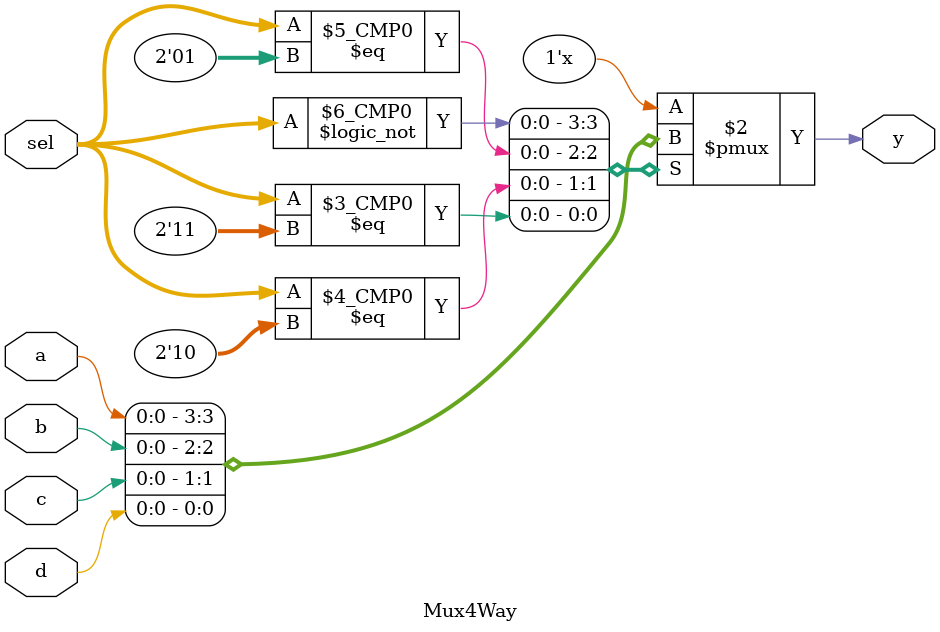
<source format=v>
module Mux4Way(
    input a,
    input b,
    input c,
    input d,
    input[1:0] sel,
    output reg y
);
    always @(*) begin
        case(sel)
            2'b00:  y = a;
            2'b01:  y = b;
            2'b10:  y = c;
            2'b11:  y = d;
        endcase
    end
endmodule
</source>
